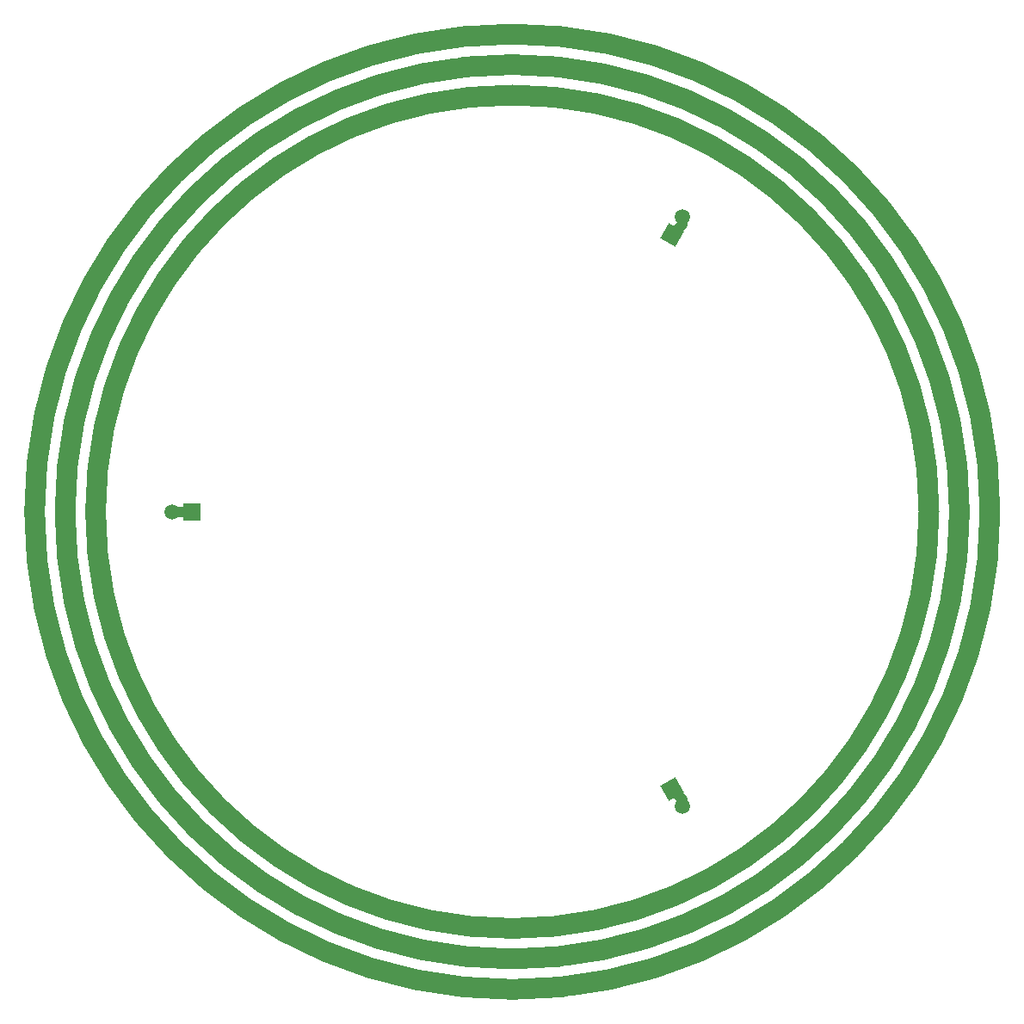
<source format=gbr>
%TF.GenerationSoftware,KiCad,Pcbnew,7.0.10*%
%TF.CreationDate,2024-02-11T22:45:47-05:00*%
%TF.ProjectId,bearing_outer_bottom,62656172-696e-4675-9f6f-757465725f62,rev?*%
%TF.SameCoordinates,Original*%
%TF.FileFunction,Copper,L2,Bot*%
%TF.FilePolarity,Positive*%
%FSLAX46Y46*%
G04 Gerber Fmt 4.6, Leading zero omitted, Abs format (unit mm)*
G04 Created by KiCad (PCBNEW 7.0.10) date 2024-02-11 22:45:47*
%MOMM*%
%LPD*%
G01*
G04 APERTURE LIST*
G04 Aperture macros list*
%AMRotRect*
0 Rectangle, with rotation*
0 The origin of the aperture is its center*
0 $1 length*
0 $2 width*
0 $3 Rotation angle, in degrees counterclockwise*
0 Add horizontal line*
21,1,$1,$2,0,0,$3*%
G04 Aperture macros list end*
%TA.AperFunction,NonConductor*%
%ADD10C,2.000000*%
%TD*%
%TA.AperFunction,ComponentPad*%
%ADD11C,1.500000*%
%TD*%
%TA.AperFunction,ComponentPad*%
%ADD12RotRect,1.700000X1.700000X300.000000*%
%TD*%
%TA.AperFunction,ComponentPad*%
%ADD13RotRect,1.700000X1.700000X60.000000*%
%TD*%
%TA.AperFunction,ComponentPad*%
%ADD14R,1.700000X1.700000*%
%TD*%
%TA.AperFunction,Conductor*%
%ADD15C,1.000000*%
%TD*%
G04 APERTURE END LIST*
D10*
X91000000Y-50000000D02*
G75*
G03*
X9000000Y-50000000I-41000000J0D01*
G01*
X9000000Y-50000000D02*
G75*
G03*
X91000000Y-50000000I41000000J0D01*
G01*
X97000000Y-50000000D02*
G75*
G03*
X3000000Y-50000000I-47000000J0D01*
G01*
X3000000Y-50000000D02*
G75*
G03*
X97000000Y-50000000I47000000J0D01*
G01*
X94000000Y-50000000D02*
G75*
G03*
X6000000Y-50000000I-44000000J0D01*
G01*
X6000000Y-50000000D02*
G75*
G03*
X94000000Y-50000000I44000000J0D01*
G01*
D11*
%TO.P,J106,1,Pin_1*%
%TO.N,Net-(J103-Pin_1)*%
X66750000Y-79012000D03*
%TD*%
%TO.P,J108,1,Pin_1*%
%TO.N,unconnected-(J108-Pin_1-Pad1)*%
X72000000Y-11895000D03*
%TD*%
D12*
%TO.P,J103,1,Pin_1*%
%TO.N,Net-(J103-Pin_1)*%
X65750000Y-77280000D03*
%TD*%
D11*
%TO.P,J104,1,Pin_1*%
%TO.N,Net-(J101-Pin_1)*%
X16500000Y-50000000D03*
%TD*%
%TO.P,J109,1,Pin_1*%
%TO.N,unconnected-(J109-Pin_1-Pad1)*%
X70500000Y-85507000D03*
%TD*%
%TO.P,J105,1,Pin_1*%
%TO.N,Net-(J102-Pin_1)*%
X66750000Y-20988000D03*
%TD*%
D13*
%TO.P,J102,1,Pin_1*%
%TO.N,Net-(J102-Pin_1)*%
X65750000Y-22720000D03*
%TD*%
D14*
%TO.P,J101,1,Pin_1*%
%TO.N,Net-(J101-Pin_1)*%
X18500000Y-50000000D03*
%TD*%
D11*
%TO.P,J107,1,Pin_1*%
%TO.N,unconnected-(J107-Pin_1-Pad1)*%
X3000000Y-50000000D03*
%TD*%
D15*
%TO.N,Net-(J101-Pin_1)*%
X16500000Y-50000000D02*
X18500000Y-50000000D01*
%TO.N,Net-(J102-Pin_1)*%
X66750000Y-20988000D02*
X66750000Y-21720000D01*
X66750000Y-21720000D02*
X65750000Y-22720000D01*
%TO.N,Net-(J103-Pin_1)*%
X66750000Y-79012000D02*
X66750000Y-78280000D01*
X66750000Y-78280000D02*
X65750000Y-77280000D01*
%TD*%
M02*

</source>
